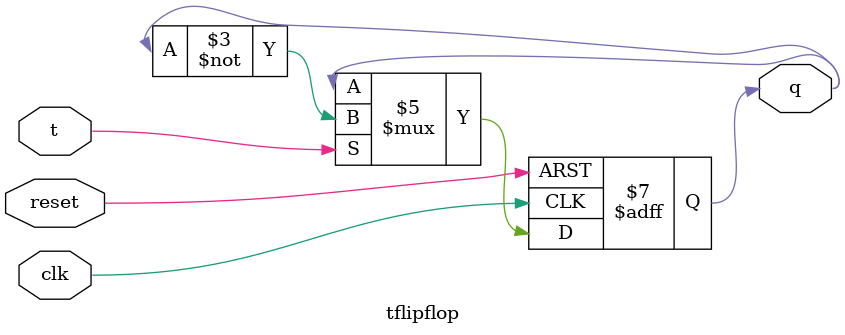
<source format=v>
module tflipflop(q,t,clk,reset);
    input t,clk,reset;
    output reg q;

    always @ (posedge clk or posedge reset) begin
        if(reset) begin
            q<=0;
        end else begin
            if(t==1) q<=~q;
            else q<=q;
        end
    end
endmodule
</source>
